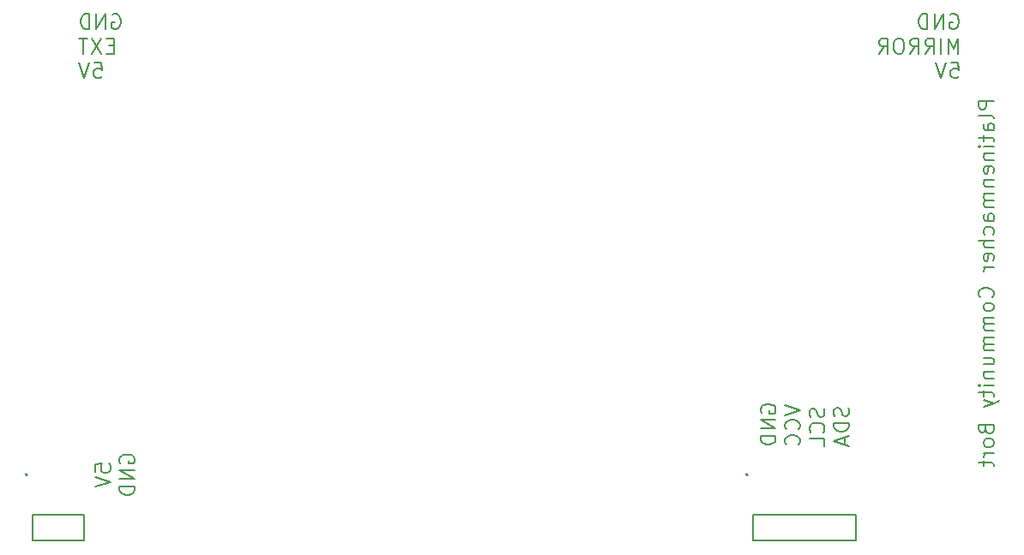
<source format=gbr>
G04 #@! TF.GenerationSoftware,KiCad,Pcbnew,5.99.0-unknown-4852a8afa1~142~ubuntu20.04.1*
G04 #@! TF.CreationDate,2021-10-18T20:21:54+02:00*
G04 #@! TF.ProjectId,chip2,63686970-322e-46b6-9963-61645f706362,1*
G04 #@! TF.SameCoordinates,Original*
G04 #@! TF.FileFunction,Legend,Bot*
G04 #@! TF.FilePolarity,Positive*
%FSLAX46Y46*%
G04 Gerber Fmt 4.6, Leading zero omitted, Abs format (unit mm)*
G04 Created by KiCad (PCBNEW 5.99.0-unknown-4852a8afa1~142~ubuntu20.04.1) date 2021-10-18 20:21:54*
%MOMM*%
%LPD*%
G01*
G04 APERTURE LIST*
%ADD10C,0.150000*%
%ADD11C,0.200000*%
G04 APERTURE END LIST*
D10*
X103371071Y-114814285D02*
X103371071Y-114100000D01*
X104085357Y-114028571D01*
X104013928Y-114100000D01*
X103942500Y-114242857D01*
X103942500Y-114600000D01*
X104013928Y-114742857D01*
X104085357Y-114814285D01*
X104228214Y-114885714D01*
X104585357Y-114885714D01*
X104728214Y-114814285D01*
X104799642Y-114742857D01*
X104871071Y-114600000D01*
X104871071Y-114242857D01*
X104799642Y-114100000D01*
X104728214Y-114028571D01*
X103371071Y-115314285D02*
X104871071Y-115814285D01*
X103371071Y-116314285D01*
X105857500Y-113957142D02*
X105786071Y-113814285D01*
X105786071Y-113600000D01*
X105857500Y-113385714D01*
X106000357Y-113242857D01*
X106143214Y-113171428D01*
X106428928Y-113100000D01*
X106643214Y-113100000D01*
X106928928Y-113171428D01*
X107071785Y-113242857D01*
X107214642Y-113385714D01*
X107286071Y-113600000D01*
X107286071Y-113742857D01*
X107214642Y-113957142D01*
X107143214Y-114028571D01*
X106643214Y-114028571D01*
X106643214Y-113742857D01*
X107286071Y-114671428D02*
X105786071Y-114671428D01*
X107286071Y-115528571D01*
X105786071Y-115528571D01*
X107286071Y-116242857D02*
X105786071Y-116242857D01*
X105786071Y-116600000D01*
X105857500Y-116814285D01*
X106000357Y-116957142D01*
X106143214Y-117028571D01*
X106428928Y-117100000D01*
X106643214Y-117100000D01*
X106928928Y-117028571D01*
X107071785Y-116957142D01*
X107214642Y-116814285D01*
X107286071Y-116600000D01*
X107286071Y-116242857D01*
X169127500Y-108973928D02*
X169056071Y-108831071D01*
X169056071Y-108616785D01*
X169127500Y-108402500D01*
X169270357Y-108259642D01*
X169413214Y-108188214D01*
X169698928Y-108116785D01*
X169913214Y-108116785D01*
X170198928Y-108188214D01*
X170341785Y-108259642D01*
X170484642Y-108402500D01*
X170556071Y-108616785D01*
X170556071Y-108759642D01*
X170484642Y-108973928D01*
X170413214Y-109045357D01*
X169913214Y-109045357D01*
X169913214Y-108759642D01*
X170556071Y-109688214D02*
X169056071Y-109688214D01*
X170556071Y-110545357D01*
X169056071Y-110545357D01*
X170556071Y-111259642D02*
X169056071Y-111259642D01*
X169056071Y-111616785D01*
X169127500Y-111831071D01*
X169270357Y-111973928D01*
X169413214Y-112045357D01*
X169698928Y-112116785D01*
X169913214Y-112116785D01*
X170198928Y-112045357D01*
X170341785Y-111973928D01*
X170484642Y-111831071D01*
X170556071Y-111616785D01*
X170556071Y-111259642D01*
X171471071Y-108259642D02*
X172971071Y-108759642D01*
X171471071Y-109259642D01*
X172828214Y-110616785D02*
X172899642Y-110545357D01*
X172971071Y-110331071D01*
X172971071Y-110188214D01*
X172899642Y-109973928D01*
X172756785Y-109831071D01*
X172613928Y-109759642D01*
X172328214Y-109688214D01*
X172113928Y-109688214D01*
X171828214Y-109759642D01*
X171685357Y-109831071D01*
X171542500Y-109973928D01*
X171471071Y-110188214D01*
X171471071Y-110331071D01*
X171542500Y-110545357D01*
X171613928Y-110616785D01*
X172828214Y-112116785D02*
X172899642Y-112045357D01*
X172971071Y-111831071D01*
X172971071Y-111688214D01*
X172899642Y-111473928D01*
X172756785Y-111331071D01*
X172613928Y-111259642D01*
X172328214Y-111188214D01*
X172113928Y-111188214D01*
X171828214Y-111259642D01*
X171685357Y-111331071D01*
X171542500Y-111473928D01*
X171471071Y-111688214D01*
X171471071Y-111831071D01*
X171542500Y-112045357D01*
X171613928Y-112116785D01*
X175314642Y-108545357D02*
X175386071Y-108759642D01*
X175386071Y-109116785D01*
X175314642Y-109259642D01*
X175243214Y-109331071D01*
X175100357Y-109402500D01*
X174957500Y-109402500D01*
X174814642Y-109331071D01*
X174743214Y-109259642D01*
X174671785Y-109116785D01*
X174600357Y-108831071D01*
X174528928Y-108688214D01*
X174457500Y-108616785D01*
X174314642Y-108545357D01*
X174171785Y-108545357D01*
X174028928Y-108616785D01*
X173957500Y-108688214D01*
X173886071Y-108831071D01*
X173886071Y-109188214D01*
X173957500Y-109402500D01*
X175243214Y-110902500D02*
X175314642Y-110831071D01*
X175386071Y-110616785D01*
X175386071Y-110473928D01*
X175314642Y-110259642D01*
X175171785Y-110116785D01*
X175028928Y-110045357D01*
X174743214Y-109973928D01*
X174528928Y-109973928D01*
X174243214Y-110045357D01*
X174100357Y-110116785D01*
X173957500Y-110259642D01*
X173886071Y-110473928D01*
X173886071Y-110616785D01*
X173957500Y-110831071D01*
X174028928Y-110902500D01*
X175386071Y-112259642D02*
X175386071Y-111545357D01*
X173886071Y-111545357D01*
X177729642Y-108473928D02*
X177801071Y-108688214D01*
X177801071Y-109045357D01*
X177729642Y-109188214D01*
X177658214Y-109259642D01*
X177515357Y-109331071D01*
X177372500Y-109331071D01*
X177229642Y-109259642D01*
X177158214Y-109188214D01*
X177086785Y-109045357D01*
X177015357Y-108759642D01*
X176943928Y-108616785D01*
X176872500Y-108545357D01*
X176729642Y-108473928D01*
X176586785Y-108473928D01*
X176443928Y-108545357D01*
X176372500Y-108616785D01*
X176301071Y-108759642D01*
X176301071Y-109116785D01*
X176372500Y-109331071D01*
X177801071Y-109973928D02*
X176301071Y-109973928D01*
X176301071Y-110331071D01*
X176372500Y-110545357D01*
X176515357Y-110688214D01*
X176658214Y-110759642D01*
X176943928Y-110831071D01*
X177158214Y-110831071D01*
X177443928Y-110759642D01*
X177586785Y-110688214D01*
X177729642Y-110545357D01*
X177801071Y-110331071D01*
X177801071Y-109973928D01*
X177372500Y-111402500D02*
X177372500Y-112116785D01*
X177801071Y-111259642D02*
X176301071Y-111759642D01*
X177801071Y-112259642D01*
X105076071Y-69635000D02*
X105218928Y-69563571D01*
X105433214Y-69563571D01*
X105647500Y-69635000D01*
X105790357Y-69777857D01*
X105861785Y-69920714D01*
X105933214Y-70206428D01*
X105933214Y-70420714D01*
X105861785Y-70706428D01*
X105790357Y-70849285D01*
X105647500Y-70992142D01*
X105433214Y-71063571D01*
X105290357Y-71063571D01*
X105076071Y-70992142D01*
X105004642Y-70920714D01*
X105004642Y-70420714D01*
X105290357Y-70420714D01*
X104361785Y-71063571D02*
X104361785Y-69563571D01*
X103504642Y-71063571D01*
X103504642Y-69563571D01*
X102790357Y-71063571D02*
X102790357Y-69563571D01*
X102433214Y-69563571D01*
X102218928Y-69635000D01*
X102076071Y-69777857D01*
X102004642Y-69920714D01*
X101933214Y-70206428D01*
X101933214Y-70420714D01*
X102004642Y-70706428D01*
X102076071Y-70849285D01*
X102218928Y-70992142D01*
X102433214Y-71063571D01*
X102790357Y-71063571D01*
X105218928Y-72692857D02*
X104718928Y-72692857D01*
X104504642Y-73478571D02*
X105218928Y-73478571D01*
X105218928Y-71978571D01*
X104504642Y-71978571D01*
X104004642Y-71978571D02*
X103004642Y-73478571D01*
X103004642Y-71978571D02*
X104004642Y-73478571D01*
X102647500Y-71978571D02*
X101790357Y-71978571D01*
X102218928Y-73478571D02*
X102218928Y-71978571D01*
X103290357Y-74393571D02*
X104004642Y-74393571D01*
X104076071Y-75107857D01*
X104004642Y-75036428D01*
X103861785Y-74965000D01*
X103504642Y-74965000D01*
X103361785Y-75036428D01*
X103290357Y-75107857D01*
X103218928Y-75250714D01*
X103218928Y-75607857D01*
X103290357Y-75750714D01*
X103361785Y-75822142D01*
X103504642Y-75893571D01*
X103861785Y-75893571D01*
X104004642Y-75822142D01*
X104076071Y-75750714D01*
X102790357Y-74393571D02*
X102290357Y-75893571D01*
X101790357Y-74393571D01*
X187809642Y-69635000D02*
X187952500Y-69563571D01*
X188166785Y-69563571D01*
X188381071Y-69635000D01*
X188523928Y-69777857D01*
X188595357Y-69920714D01*
X188666785Y-70206428D01*
X188666785Y-70420714D01*
X188595357Y-70706428D01*
X188523928Y-70849285D01*
X188381071Y-70992142D01*
X188166785Y-71063571D01*
X188023928Y-71063571D01*
X187809642Y-70992142D01*
X187738214Y-70920714D01*
X187738214Y-70420714D01*
X188023928Y-70420714D01*
X187095357Y-71063571D02*
X187095357Y-69563571D01*
X186238214Y-71063571D01*
X186238214Y-69563571D01*
X185523928Y-71063571D02*
X185523928Y-69563571D01*
X185166785Y-69563571D01*
X184952500Y-69635000D01*
X184809642Y-69777857D01*
X184738214Y-69920714D01*
X184666785Y-70206428D01*
X184666785Y-70420714D01*
X184738214Y-70706428D01*
X184809642Y-70849285D01*
X184952500Y-70992142D01*
X185166785Y-71063571D01*
X185523928Y-71063571D01*
X188595357Y-73478571D02*
X188595357Y-71978571D01*
X188095357Y-73050000D01*
X187595357Y-71978571D01*
X187595357Y-73478571D01*
X186881071Y-73478571D02*
X186881071Y-71978571D01*
X185309642Y-73478571D02*
X185809642Y-72764285D01*
X186166785Y-73478571D02*
X186166785Y-71978571D01*
X185595357Y-71978571D01*
X185452500Y-72050000D01*
X185381071Y-72121428D01*
X185309642Y-72264285D01*
X185309642Y-72478571D01*
X185381071Y-72621428D01*
X185452500Y-72692857D01*
X185595357Y-72764285D01*
X186166785Y-72764285D01*
X183809642Y-73478571D02*
X184309642Y-72764285D01*
X184666785Y-73478571D02*
X184666785Y-71978571D01*
X184095357Y-71978571D01*
X183952500Y-72050000D01*
X183881071Y-72121428D01*
X183809642Y-72264285D01*
X183809642Y-72478571D01*
X183881071Y-72621428D01*
X183952500Y-72692857D01*
X184095357Y-72764285D01*
X184666785Y-72764285D01*
X182881071Y-71978571D02*
X182595357Y-71978571D01*
X182452500Y-72050000D01*
X182309642Y-72192857D01*
X182238214Y-72478571D01*
X182238214Y-72978571D01*
X182309642Y-73264285D01*
X182452500Y-73407142D01*
X182595357Y-73478571D01*
X182881071Y-73478571D01*
X183023928Y-73407142D01*
X183166785Y-73264285D01*
X183238214Y-72978571D01*
X183238214Y-72478571D01*
X183166785Y-72192857D01*
X183023928Y-72050000D01*
X182881071Y-71978571D01*
X180738214Y-73478571D02*
X181238214Y-72764285D01*
X181595357Y-73478571D02*
X181595357Y-71978571D01*
X181023928Y-71978571D01*
X180881071Y-72050000D01*
X180809642Y-72121428D01*
X180738214Y-72264285D01*
X180738214Y-72478571D01*
X180809642Y-72621428D01*
X180881071Y-72692857D01*
X181023928Y-72764285D01*
X181595357Y-72764285D01*
X187881071Y-74393571D02*
X188595357Y-74393571D01*
X188666785Y-75107857D01*
X188595357Y-75036428D01*
X188452500Y-74965000D01*
X188095357Y-74965000D01*
X187952500Y-75036428D01*
X187881071Y-75107857D01*
X187809642Y-75250714D01*
X187809642Y-75607857D01*
X187881071Y-75750714D01*
X187952500Y-75822142D01*
X188095357Y-75893571D01*
X188452500Y-75893571D01*
X188595357Y-75822142D01*
X188666785Y-75750714D01*
X187381071Y-74393571D02*
X186881071Y-75893571D01*
X186381071Y-74393571D01*
D11*
X192078571Y-78135714D02*
X190578571Y-78135714D01*
X190578571Y-78707142D01*
X190650000Y-78850000D01*
X190721428Y-78921428D01*
X190864285Y-78992857D01*
X191078571Y-78992857D01*
X191221428Y-78921428D01*
X191292857Y-78850000D01*
X191364285Y-78707142D01*
X191364285Y-78135714D01*
X192078571Y-79850000D02*
X192007142Y-79707142D01*
X191864285Y-79635714D01*
X190578571Y-79635714D01*
X192078571Y-81064285D02*
X191292857Y-81064285D01*
X191150000Y-80992857D01*
X191078571Y-80850000D01*
X191078571Y-80564285D01*
X191150000Y-80421428D01*
X192007142Y-81064285D02*
X192078571Y-80921428D01*
X192078571Y-80564285D01*
X192007142Y-80421428D01*
X191864285Y-80350000D01*
X191721428Y-80350000D01*
X191578571Y-80421428D01*
X191507142Y-80564285D01*
X191507142Y-80921428D01*
X191435714Y-81064285D01*
X191078571Y-81564285D02*
X191078571Y-82135714D01*
X190578571Y-81778571D02*
X191864285Y-81778571D01*
X192007142Y-81850000D01*
X192078571Y-81992857D01*
X192078571Y-82135714D01*
X192078571Y-82635714D02*
X191078571Y-82635714D01*
X190578571Y-82635714D02*
X190650000Y-82564285D01*
X190721428Y-82635714D01*
X190650000Y-82707142D01*
X190578571Y-82635714D01*
X190721428Y-82635714D01*
X191078571Y-83350000D02*
X192078571Y-83350000D01*
X191221428Y-83350000D02*
X191150000Y-83421428D01*
X191078571Y-83564285D01*
X191078571Y-83778571D01*
X191150000Y-83921428D01*
X191292857Y-83992857D01*
X192078571Y-83992857D01*
X192007142Y-85278571D02*
X192078571Y-85135714D01*
X192078571Y-84850000D01*
X192007142Y-84707142D01*
X191864285Y-84635714D01*
X191292857Y-84635714D01*
X191150000Y-84707142D01*
X191078571Y-84850000D01*
X191078571Y-85135714D01*
X191150000Y-85278571D01*
X191292857Y-85350000D01*
X191435714Y-85350000D01*
X191578571Y-84635714D01*
X191078571Y-85992857D02*
X192078571Y-85992857D01*
X191221428Y-85992857D02*
X191150000Y-86064285D01*
X191078571Y-86207142D01*
X191078571Y-86421428D01*
X191150000Y-86564285D01*
X191292857Y-86635714D01*
X192078571Y-86635714D01*
X192078571Y-87350000D02*
X191078571Y-87350000D01*
X191221428Y-87350000D02*
X191150000Y-87421428D01*
X191078571Y-87564285D01*
X191078571Y-87778571D01*
X191150000Y-87921428D01*
X191292857Y-87992857D01*
X192078571Y-87992857D01*
X191292857Y-87992857D02*
X191150000Y-88064285D01*
X191078571Y-88207142D01*
X191078571Y-88421428D01*
X191150000Y-88564285D01*
X191292857Y-88635714D01*
X192078571Y-88635714D01*
X192078571Y-89992857D02*
X191292857Y-89992857D01*
X191150000Y-89921428D01*
X191078571Y-89778571D01*
X191078571Y-89492857D01*
X191150000Y-89350000D01*
X192007142Y-89992857D02*
X192078571Y-89850000D01*
X192078571Y-89492857D01*
X192007142Y-89350000D01*
X191864285Y-89278571D01*
X191721428Y-89278571D01*
X191578571Y-89350000D01*
X191507142Y-89492857D01*
X191507142Y-89850000D01*
X191435714Y-89992857D01*
X192007142Y-91350000D02*
X192078571Y-91207142D01*
X192078571Y-90921428D01*
X192007142Y-90778571D01*
X191935714Y-90707142D01*
X191792857Y-90635714D01*
X191364285Y-90635714D01*
X191221428Y-90707142D01*
X191150000Y-90778571D01*
X191078571Y-90921428D01*
X191078571Y-91207142D01*
X191150000Y-91350000D01*
X192078571Y-91992857D02*
X190578571Y-91992857D01*
X192078571Y-92635714D02*
X191292857Y-92635714D01*
X191150000Y-92564285D01*
X191078571Y-92421428D01*
X191078571Y-92207142D01*
X191150000Y-92064285D01*
X191221428Y-91992857D01*
X192007142Y-93921428D02*
X192078571Y-93778571D01*
X192078571Y-93492857D01*
X192007142Y-93350000D01*
X191864285Y-93278571D01*
X191292857Y-93278571D01*
X191150000Y-93350000D01*
X191078571Y-93492857D01*
X191078571Y-93778571D01*
X191150000Y-93921428D01*
X191292857Y-93992857D01*
X191435714Y-93992857D01*
X191578571Y-93278571D01*
X192078571Y-94635714D02*
X191078571Y-94635714D01*
X191364285Y-94635714D02*
X191221428Y-94707142D01*
X191150000Y-94778571D01*
X191078571Y-94921428D01*
X191078571Y-95064285D01*
X191935714Y-97564285D02*
X192007142Y-97492857D01*
X192078571Y-97278571D01*
X192078571Y-97135714D01*
X192007142Y-96921428D01*
X191864285Y-96778571D01*
X191721428Y-96707142D01*
X191435714Y-96635714D01*
X191221428Y-96635714D01*
X190935714Y-96707142D01*
X190792857Y-96778571D01*
X190650000Y-96921428D01*
X190578571Y-97135714D01*
X190578571Y-97278571D01*
X190650000Y-97492857D01*
X190721428Y-97564285D01*
X192078571Y-98421428D02*
X192007142Y-98278571D01*
X191935714Y-98207142D01*
X191792857Y-98135714D01*
X191364285Y-98135714D01*
X191221428Y-98207142D01*
X191150000Y-98278571D01*
X191078571Y-98421428D01*
X191078571Y-98635714D01*
X191150000Y-98778571D01*
X191221428Y-98850000D01*
X191364285Y-98921428D01*
X191792857Y-98921428D01*
X191935714Y-98850000D01*
X192007142Y-98778571D01*
X192078571Y-98635714D01*
X192078571Y-98421428D01*
X192078571Y-99564285D02*
X191078571Y-99564285D01*
X191221428Y-99564285D02*
X191150000Y-99635714D01*
X191078571Y-99778571D01*
X191078571Y-99992857D01*
X191150000Y-100135714D01*
X191292857Y-100207142D01*
X192078571Y-100207142D01*
X191292857Y-100207142D02*
X191150000Y-100278571D01*
X191078571Y-100421428D01*
X191078571Y-100635714D01*
X191150000Y-100778571D01*
X191292857Y-100850000D01*
X192078571Y-100850000D01*
X192078571Y-101564285D02*
X191078571Y-101564285D01*
X191221428Y-101564285D02*
X191150000Y-101635714D01*
X191078571Y-101778571D01*
X191078571Y-101992857D01*
X191150000Y-102135714D01*
X191292857Y-102207142D01*
X192078571Y-102207142D01*
X191292857Y-102207142D02*
X191150000Y-102278571D01*
X191078571Y-102421428D01*
X191078571Y-102635714D01*
X191150000Y-102778571D01*
X191292857Y-102850000D01*
X192078571Y-102850000D01*
X191078571Y-104207142D02*
X192078571Y-104207142D01*
X191078571Y-103564285D02*
X191864285Y-103564285D01*
X192007142Y-103635714D01*
X192078571Y-103778571D01*
X192078571Y-103992857D01*
X192007142Y-104135714D01*
X191935714Y-104207142D01*
X191078571Y-104921428D02*
X192078571Y-104921428D01*
X191221428Y-104921428D02*
X191150000Y-104992857D01*
X191078571Y-105135714D01*
X191078571Y-105350000D01*
X191150000Y-105492857D01*
X191292857Y-105564285D01*
X192078571Y-105564285D01*
X192078571Y-106278571D02*
X191078571Y-106278571D01*
X190578571Y-106278571D02*
X190650000Y-106207142D01*
X190721428Y-106278571D01*
X190650000Y-106350000D01*
X190578571Y-106278571D01*
X190721428Y-106278571D01*
X191078571Y-106778571D02*
X191078571Y-107350000D01*
X190578571Y-106992857D02*
X191864285Y-106992857D01*
X192007142Y-107064285D01*
X192078571Y-107207142D01*
X192078571Y-107350000D01*
X191078571Y-107707142D02*
X192078571Y-108064285D01*
X191078571Y-108421428D02*
X192078571Y-108064285D01*
X192435714Y-107921428D01*
X192507142Y-107850000D01*
X192578571Y-107707142D01*
X191292857Y-110635714D02*
X191364285Y-110850000D01*
X191435714Y-110921428D01*
X191578571Y-110992857D01*
X191792857Y-110992857D01*
X191935714Y-110921428D01*
X192007142Y-110850000D01*
X192078571Y-110707142D01*
X192078571Y-110135714D01*
X190578571Y-110135714D01*
X190578571Y-110635714D01*
X190650000Y-110778571D01*
X190721428Y-110850000D01*
X190864285Y-110921428D01*
X191007142Y-110921428D01*
X191150000Y-110850000D01*
X191221428Y-110778571D01*
X191292857Y-110635714D01*
X191292857Y-110135714D01*
X192078571Y-111850000D02*
X192007142Y-111707142D01*
X191935714Y-111635714D01*
X191792857Y-111564285D01*
X191364285Y-111564285D01*
X191221428Y-111635714D01*
X191150000Y-111707142D01*
X191078571Y-111850000D01*
X191078571Y-112064285D01*
X191150000Y-112207142D01*
X191221428Y-112278571D01*
X191364285Y-112350000D01*
X191792857Y-112350000D01*
X191935714Y-112278571D01*
X192007142Y-112207142D01*
X192078571Y-112064285D01*
X192078571Y-111850000D01*
X192078571Y-112992857D02*
X191078571Y-112992857D01*
X191364285Y-112992857D02*
X191221428Y-113064285D01*
X191150000Y-113135714D01*
X191078571Y-113278571D01*
X191078571Y-113421428D01*
X191078571Y-113707142D02*
X191078571Y-114278571D01*
X190578571Y-113921428D02*
X191864285Y-113921428D01*
X192007142Y-113992857D01*
X192078571Y-114135714D01*
X192078571Y-114278571D01*
X178520000Y-121640000D02*
X178520000Y-119100000D01*
X168360000Y-119100000D02*
X168360000Y-121640000D01*
X178520000Y-119100000D02*
X168360000Y-119100000D01*
X178520000Y-121640000D02*
X168360000Y-121640000D01*
X167810000Y-115090000D02*
G75*
G03*
X167810000Y-115090000I-100000J0D01*
G01*
X102320000Y-121640000D02*
X102320000Y-119100000D01*
X102320000Y-119100000D02*
X97240000Y-119100000D01*
X102320000Y-121640000D02*
X97240000Y-121640000D01*
X97240000Y-119100000D02*
X97240000Y-121640000D01*
X96690000Y-115090000D02*
G75*
G03*
X96690000Y-115090000I-100000J0D01*
G01*
M02*

</source>
